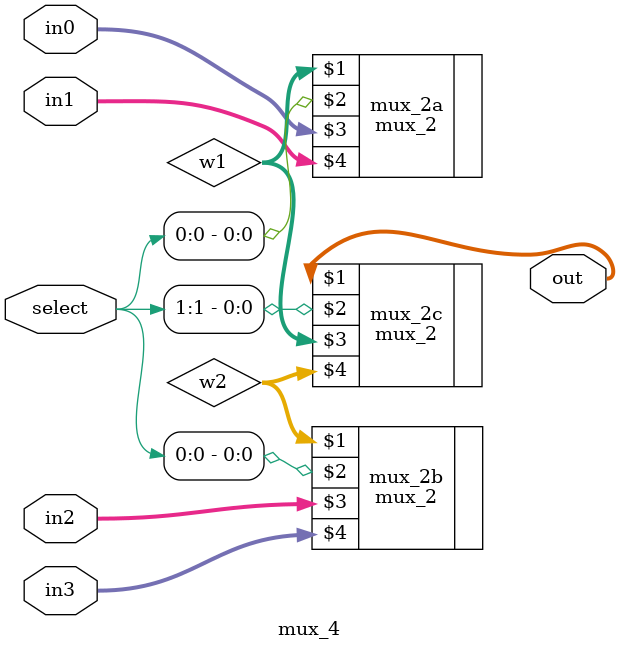
<source format=v>
module mux_4(out, select, in0, in1, in2, in3);

    input [1:0] select;
    input [31:0] in0, in1, in2, in3;
    output [31:0] out;

    wire [31:0] w1, w2;

    mux_2 mux_2a(w1, select[0], in0, in1);
    mux_2 mux_2b(w2, select[0], in2, in3);
    mux_2 mux_2c(out, select[1], w1, w2);

endmodule
</source>
